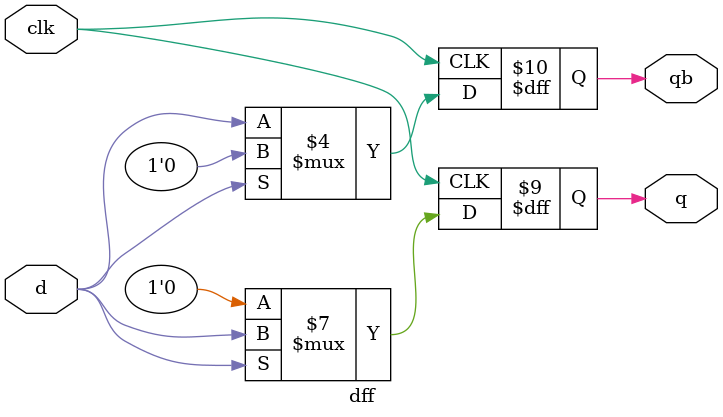
<source format=v>
module dff(input d,clk,output reg q,qb);
  always@(posedge clk)begin
    if(d==1'b1)begin
       q<=d;
       qb<=1'b0;
    end
      else begin
        q<=1'b0;
        qb<=d;
    end
  end
endmodule 
</source>
